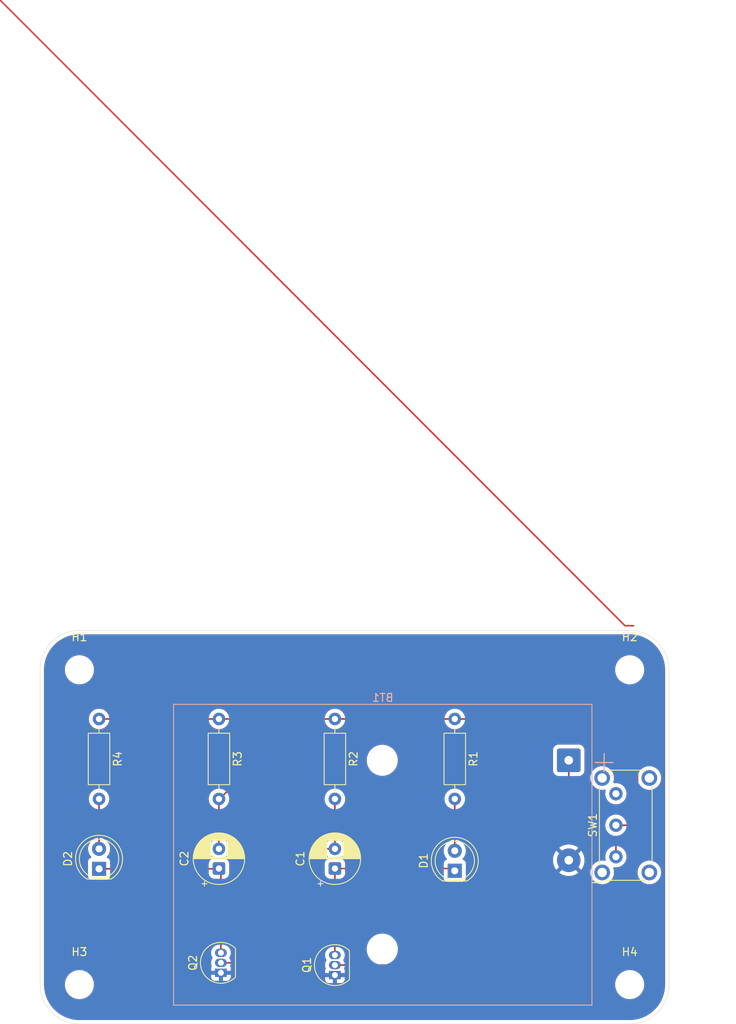
<source format=kicad_pcb>
(kicad_pcb (version 20241229) (generator "pcbnew") (generator_version "9.0")
  (layers (0 "F.Cu" signal) (2 "B.Cu" signal) (13 "F.Paste" user) (15 "B.Paste" user) (5 "F.SilkS" user "F.Silkscreen") (7 "B.SilkS" user "B.Silkscreen") (1 "F.Mask" user) (3 "B.Mask" user) (25 "Edge.Cuts" user))
  (net 0 "")
  (net 1 "GND")
  (net 2 "Net-(BT1-+)")
  (net 3 "Net-(D1-K)")
  (net 4 "Net-(Q2-B)")
  (net 5 "Net-(D2-K)")
  (net 6 "Net-(Q1-B)")
  (net 7 "Net-(D1-A)")
  (net 8 "Net-(D2-A)")
  (net 9 "VCC")
  (footprint "Resistor_THT:R_Axial_DIN0207_L6.3mm_D2.5mm_P10.16mm_Horizontal" (layer "F.Cu") (at 222.75 91.25 -90)
    (property "Reference" "R3" (at 5.08 -2.37 90) (layer "F.SilkS"))
    (property "Value" "47k")
    (fp_line (start 1.04 0) (end 1.81 0) (stroke (width 0.12)) (layer "F.SilkS"))
    (fp_line (start 9.12 0) (end 8.35 0) (stroke (width 0.12)) (layer "F.SilkS"))
    (fp_rect (start 1.81 -1.37) (end 8.35 1.37) (stroke (width 0.12)) (fill no) (layer "F.SilkS"))
    (pad "1" thru_hole circle (at 0 0 270) (size 1.6 1.6) (drill 0.8) (layers "*.Cu" "*.Mask") (net 9 "VCC"))
    (pad "2" thru_hole circle (at 10.16 0 270) (size 1.6 1.6) (drill 0.8) (layers "*.Cu" "*.Mask") (net 6 "Net-(Q1-B)"))
  )
  (footprint "LED_THT:LED_D5.0mm" (layer "F.Cu") (at 207.5 110.29 90)
    (property "Reference" "D2" (at 1.27 -3.96 90) (layer "F.SilkS"))
    (property "Value" "LED")
    (fp_line (start -1.29 -1.545) (end -1.29 1.545) (stroke (width 0.12)) (layer "F.SilkS"))
    (fp_arc (start -1.29 -1.54483) (mid 2.071779 -2.880495) (end 4.26 0) (stroke (width 0.12)) (layer "F.SilkS"))
    (fp_arc (start 4.26 0) (mid 2.071779 2.880495) (end -1.29 1.54483) (stroke (width 0.12)) (layer "F.SilkS"))
    (fp_circle (center 1.27 0) (end 3.77 0) (stroke (width 0.12)) (fill no) (layer "F.SilkS"))
    (pad "1" thru_hole rect (at 0 0 90) (size 1.8 1.8) (drill 0.9) (layers "*.Cu" "*.Mask") (net 5 "Net-(D2-K)"))
    (pad "2" thru_hole circle (at 2.54 0 90) (size 1.8 1.8) (drill 0.9) (layers "*.Cu" "*.Mask") (net 8 "Net-(D2-A)"))
  )
  (footprint "MountingHole:MountingHole_3.2mm_M3" (layer "F.Cu") (at 275 125)
    (property "Reference" "H4" (at 0 -4.15 0) (layer "F.SilkS"))
    (property "Value" "MountingHole")
    (pad "" np_thru_hole circle (at 0 0) (size 3.2 3.2) (drill 3.2) (layers "*.Cu" "*.Mask"))
  )
  (footprint "MountingHole:MountingHole_3.2mm_M3" (layer "F.Cu") (at 275 85)
    (property "Reference" "H2" (at 0 -4.15 0) (layer "F.SilkS"))
    (property "Value" "MountingHole")
    (pad "" np_thru_hole circle (at 0 0) (size 3.2 3.2) (drill 3.2) (layers "*.Cu" "*.Mask"))
  )
  (footprint "Capacitor_THT:CP_Radial_D6.3mm_P2.50mm" (layer "F.Cu") (at 237.5 110.25 90)
    (property "Reference" "C1" (at 1.25 -4.4 90) (layer "F.SilkS"))
    (property "Value" "10u")
    (fp_line (start 1.29 -3.23) (end 1.29 3.23) (stroke (width 0.12)) (layer "F.SilkS"))
    (fp_line (start 1.25 -3.23) (end 1.25 3.23) (stroke (width 0.12)) (layer "F.SilkS"))
    (fp_line (start 1.33 -3.229) (end 1.33 3.229) (stroke (width 0.12)) (layer "F.SilkS"))
    (fp_line (start 1.37 -3.228) (end 1.37 3.228) (stroke (width 0.12)) (layer "F.SilkS"))
    (fp_line (start 1.41 -3.226) (end 1.41 3.226) (stroke (width 0.12)) (layer "F.SilkS"))
    (fp_line (start 1.45 -3.224) (end 1.45 3.224) (stroke (width 0.12)) (layer "F.SilkS"))
    (fp_line (start 1.49 -3.221) (end 1.49 -1.04) (stroke (width 0.12)) (layer "F.SilkS"))
    (fp_line (start 1.53 -3.218) (end 1.53 -1.04) (stroke (width 0.12)) (layer "F.SilkS"))
    (fp_line (start 1.57 -3.214) (end 1.57 -1.04) (stroke (width 0.12)) (layer "F.SilkS"))
    (fp_line (start 1.61 -3.21) (end 1.61 -1.04) (stroke (width 0.12)) (layer "F.SilkS"))
    (fp_line (start 1.65 -3.205) (end 1.65 -1.04) (stroke (width 0.12)) (layer "F.SilkS"))
    (fp_line (start 1.69 -3.2) (end 1.69 -1.04) (stroke (width 0.12)) (layer "F.SilkS"))
    (fp_line (start 1.73 -3.195) (end 1.73 -1.04) (stroke (width 0.12)) (layer "F.SilkS"))
    (fp_line (start 1.77 -3.188) (end 1.77 -1.04) (stroke (width 0.12)) (layer "F.SilkS"))
    (fp_line (start 1.81 -3.182) (end 1.81 -1.04) (stroke (width 0.12)) (layer "F.SilkS"))
    (fp_line (start 1.85 -3.174) (end 1.85 -1.04) (stroke (width 0.12)) (layer "F.SilkS"))
    (fp_line (start 1.89 -3.167) (end 1.89 -1.04) (stroke (width 0.12)) (layer "F.SilkS"))
    (fp_line (start 1.93 -3.159) (end 1.93 -1.04) (stroke (width 0.12)) (layer "F.SilkS"))
    (fp_line (start 1.97 -3.15) (end 1.97 -1.04) (stroke (width 0.12)) (layer "F.SilkS"))
    (fp_line (start 2.01 -3.14) (end 2.01 -1.04) (stroke (width 0.12)) (layer "F.SilkS"))
    (fp_line (start 2.05 -3.131) (end 2.05 -1.04) (stroke (width 0.12)) (layer "F.SilkS"))
    (fp_line (start 2.09 -3.12) (end 2.09 -1.04) (stroke (width 0.12)) (layer "F.SilkS"))
    (fp_line (start 2.13 -3.109) (end 2.13 -1.04) (stroke (width 0.12)) (layer "F.SilkS"))
    (fp_line (start 2.17 -3.098) (end 2.17 -1.04) (stroke (width 0.12)) (layer "F.SilkS"))
    (fp_line (start 2.21 -3.086) (end 2.21 -1.04) (stroke (width 0.12)) (layer "F.SilkS"))
    (fp_line (start 2.25 -3.073) (end 2.25 -1.04) (stroke (width 0.12)) (layer "F.SilkS"))
    (fp_line (start 2.29 -3.06) (end 2.29 -1.04) (stroke (width 0.12)) (layer "F.SilkS"))
    (fp_line (start 2.33 -3.047) (end 2.33 -1.04) (stroke (width 0.12)) (layer "F.SilkS"))
    (fp_line (start 2.37 -3.032) (end 2.37 -1.04) (stroke (width 0.12)) (layer "F.SilkS"))
    (fp_line (start 2.41 -3.017) (end 2.41 -1.04) (stroke (width 0.12)) (layer "F.SilkS"))
    (fp_line (start 2.45 -3.002) (end 2.45 -1.04) (stroke (width 0.12)) (layer "F.SilkS"))
    (fp_line (start 2.49 -2.986) (end 2.49 -1.04) (stroke (width 0.12)) (layer "F.SilkS"))
    (fp_line (start 2.53 -2.969) (end 2.53 -1.04) (stroke (width 0.12)) (layer "F.SilkS"))
    (fp_line (start 2.57 -2.952) (end 2.57 -1.04) (stroke (width 0.12)) (layer "F.SilkS"))
    (fp_line (start 2.61 -2.934) (end 2.61 -1.04) (stroke (width 0.12)) (layer "F.SilkS"))
    (fp_line (start 2.65 -2.915) (end 2.65 -1.04) (stroke (width 0.12)) (layer "F.SilkS"))
    (fp_line (start 2.69 -2.896) (end 2.69 -1.04) (stroke (width 0.12)) (layer "F.SilkS"))
    (fp_line (start 2.73 -2.876) (end 2.73 -1.04) (stroke (width 0.12)) (layer "F.SilkS"))
    (fp_line (start 2.77 -2.855) (end 2.77 -1.04) (stroke (width 0.12)) (layer "F.SilkS"))
    (fp_line (start 2.81 -2.834) (end 2.81 -1.04) (stroke (width 0.12)) (layer "F.SilkS"))
    (fp_line (start 2.85 -2.812) (end 2.85 -1.04) (stroke (width 0.12)) (layer "F.SilkS"))
    (fp_line (start 2.89 -2.789) (end 2.89 -1.04) (stroke (width 0.12)) (layer "F.SilkS"))
    (fp_line (start 2.93 -2.765) (end 2.93 -1.04) (stroke (width 0.12)) (layer "F.SilkS"))
    (fp_line (start 2.97 -2.741) (end 2.97 -1.04) (stroke (width 0.12)) (layer "F.SilkS"))
    (fp_line (start 3.01 -2.716) (end 3.01 -1.04) (stroke (width 0.12)) (layer "F.SilkS"))
    (fp_line (start 3.05 -2.69) (end 3.05 -1.04) (stroke (width 0.12)) (layer "F.SilkS"))
    (fp_line (start 3.09 -2.663) (end 3.09 -1.04) (stroke (width 0.12)) (layer "F.SilkS"))
    (fp_line (start 3.13 -2.636) (end 3.13 -1.04) (stroke (width 0.12)) (layer "F.SilkS"))
    (fp_line (start 3.17 -2.607) (end 3.17 -1.04) (stroke (width 0.12)) (layer "F.SilkS"))
    (fp_line (start 3.21 -2.577) (end 3.21 -1.04) (stroke (width 0.12)) (layer "F.SilkS"))
    (fp_line (start 3.25 -2.547) (end 3.25 -1.04) (stroke (width 0.12)) (layer "F.SilkS"))
    (fp_line (start 3.29 -2.516) (end 3.29 -1.04) (stroke (width 0.12)) (layer "F.SilkS"))
    (fp_line (start 3.33 -2.483) (end 3.33 -1.04) (stroke (width 0.12)) (layer "F.SilkS"))
    (fp_line (start 3.37 -2.45) (end 3.37 -1.04) (stroke (width 0.12)) (layer "F.SilkS"))
    (fp_line (start 3.41 -2.415) (end 3.41 -1.04) (stroke (width 0.12)) (layer "F.SilkS"))
    (fp_line (start 3.45 -2.379) (end 3.45 -1.04) (stroke (width 0.12)) (layer "F.SilkS"))
    (fp_line (start 3.49 -2.342) (end 3.49 -1.04) (stroke (width 0.12)) (layer "F.SilkS"))
    (fp_line (start 3.53 -2.304) (end 3.53 -1.04) (stroke (width 0.12)) (layer "F.SilkS"))
    (fp_line (start 3.57 -2.264) (end 3.57 2.264) (stroke (width 0.12)) (layer "F.SilkS"))
    (fp_line (start 3.61 -2.223) (end 3.61 2.223) (stroke (width 0.12)) (layer "F.SilkS"))
    (fp_line (start 3.65 -2.181) (end 3.65 2.181) (stroke (width 0.12)) (layer "F.SilkS"))
    (fp_line (start -1.935241 -2.154) (end -1.935241 -1.524) (stroke (width 0.12)) (layer "F.SilkS"))
    (fp_line (start 3.69 -2.137) (end 3.69 2.137) (stroke (width 0.12)) (layer "F.SilkS"))
    (fp_line (start 3.73 -2.091) (end 3.73 2.091) (stroke (width 0.12)) (layer "F.SilkS"))
    (fp_line (start 3.77 -2.044) (end 3.77 2.044) (stroke (width 0.12)) (layer "F.SilkS"))
    (fp_line (start 3.81 -1.995) (end 3.81 1.995) (stroke (width 0.12)) (layer "F.SilkS"))
    (fp_line (start 3.85 -1.943) (end 3.85 1.943) (stroke (width 0.12)) (layer "F.SilkS"))
    (fp_line (start 3.89 -1.89) (end 3.89 1.89) (stroke (width 0.12)) (layer "F.SilkS"))
    (fp_line (start -2.250241 -1.839) (end -1.620241 -1.839) (stroke (width 0.12)) (layer "F.SilkS"))
    (fp_line (start 3.93 -1.834) (end 3.93 1.834) (stroke (width 0.12)) (layer "F.SilkS"))
    (fp_line (start 3.97 -1.775) (end 3.97 1.775) (stroke (width 0.12)) (layer "F.SilkS"))
    (fp_line (start 4.01 -1.714) (end 4.01 1.714) (stroke (width 0.12)) (layer "F.SilkS"))
    (fp_line (start 4.05 -1.649) (end 4.05 1.649) (stroke (width 0.12)) (layer "F.SilkS"))
    (fp_line (start 4.09 -1.581) (end 4.09 1.581) (stroke (width 0.12)) (layer "F.SilkS"))
    (fp_line (start 4.13 -1.509) (end 4.13 1.509) (stroke (width 0.12)) (layer "F.SilkS"))
    (fp_line (start 4.17 -1.432) (end 4.17 1.432) (stroke (width 0.12)) (layer "F.SilkS"))
    (fp_line (start 4.21 -1.35) (end 4.21 1.35) (stroke (width 0.12)) (layer "F.SilkS"))
    (fp_line (start 4.25 -1.261) (end 4.25 1.261) (stroke (width 0.12)) (layer "F.SilkS"))
    (fp_line (start 4.29 -1.165) (end 4.29 1.165) (stroke (width 0.12)) (layer "F.SilkS"))
    (fp_line (start 4.33 -1.058) (end 4.33 1.058) (stroke (width 0.12)) (layer "F.SilkS"))
    (fp_line (start 4.37 -0.939) (end 4.37 0.939) (stroke (width 0.12)) (layer "F.SilkS"))
    (fp_line (start 4.41 -0.801) (end 4.41 0.801) (stroke (width 0.12)) (layer "F.SilkS"))
    (fp_line (start 4.45 -0.633) (end 4.45 0.633) (stroke (width 0.12)) (layer "F.SilkS"))
    (fp_line (start 4.49 -0.402) (end 4.49 0.402) (stroke (width 0.12)) (layer "F.SilkS"))
    (fp_line (start 3.53 1.04) (end 3.53 2.304) (stroke (width 0.12)) (layer "F.SilkS"))
    (fp_line (start 3.49 1.04) (end 3.49 2.342) (stroke (width 0.12)) (layer "F.SilkS"))
    (fp_line (start 3.45 1.04) (end 3.45 2.379) (stroke (width 0.12)) (layer "F.SilkS"))
    (fp_line (start 3.41 1.04) (end 3.41 2.415) (stroke (width 0.12)) (layer "F.SilkS"))
    (fp_line (start 3.37 1.04) (end 3.37 2.45) (stroke (width 0.12)) (layer "F.SilkS"))
    (fp_line (start 3.33 1.04) (end 3.33 2.483) (stroke (width 0.12)) (layer "F.SilkS"))
    (fp_line (start 3.29 1.04) (end 3.29 2.516) (stroke (width 0.12)) (layer "F.SilkS"))
    (fp_line (start 3.25 1.04) (end 3.25 2.547) (stroke (width 0.12)) (layer "F.SilkS"))
    (fp_line (start 3.21 1.04) (end 3.21 2.577) (stroke (width 0.12)) (layer "F.SilkS"))
    (fp_line (start 3.17 1.04) (end 3.17 2.607) (stroke (width 0.12)) (layer "F.SilkS"))
    (fp_line (start 3.13 1.04) (end 3.13 2.636) (stroke (width 0.12)) (layer "F.SilkS"))
    (fp_line (start 3.09 1.04) (end 3.09 2.663) (stroke (width 0.12)) (layer "F.SilkS"))
    (fp_line (start 3.05 1.04) (end 3.05 2.69) (stroke (width 0.12)) (layer "F.SilkS"))
    (fp_line (start 3.01 1.04) (end 3.01 2.716) (stroke (width 0.12)) (layer "F.SilkS"))
    (fp_line (start 2.97 1.04) (end 2.97 2.741) (stroke (width 0.12)) (layer "F.SilkS"))
    (fp_line (start 2.93 1.04) (end 2.93 2.765) (stroke (width 0.12)) (layer "F.SilkS"))
    (fp_line (start 2.89 1.04) (end 2.89 2.789) (stroke (width 0.12)) (layer "F.SilkS"))
    (fp_line (start 2.85 1.04) (end 2.85 2.812) (stroke (width 0.12)) (layer "F.SilkS"))
    (fp_line (start 2.81 1.04) (end 2.81 2.834) (stroke (width 0.12)) (layer "F.SilkS"))
    (fp_line (start 2.77 1.04) (end 2.77 2.855) (stroke (width 0.12)) (layer "F.SilkS"))
    (fp_line (start 2.73 1.04) (end 2.73 2.876) (stroke (width 0.12)) (layer "F.SilkS"))
    (fp_line (start 2.69 1.04) (end 2.69 2.896) (stroke (width 0.12)) (layer "F.SilkS"))
    (fp_line (start 2.65 1.04) (end 2.65 2.915) (stroke (width 0.12)) (layer "F.SilkS"))
    (fp_line (start 2.61 1.04) (end 2.61 2.934) (stroke (width 0.12)) (layer "F.SilkS"))
    (fp_line (start 2.57 1.04) (end 2.57 2.952) (stroke (width 0.12)) (layer "F.SilkS"))
    (fp_line (start 2.53 1.04) (end 2.53 2.969) (stroke (width 0.12)) (layer "F.SilkS"))
    (fp_line (start 2.49 1.04) (end 2.49 2.986) (stroke (width 0.12)) (layer "F.SilkS"))
    (fp_line (start 2.45 1.04) (end 2.45 3.002) (stroke (width 0.12)) (layer "F.SilkS"))
    (fp_line (start 2.41 1.04) (end 2.41 3.017) (stroke (width 0.12)) (layer "F.SilkS"))
    (fp_line (start 2.37 1.04) (end 2.37 3.032) (stroke (width 0.12)) (layer "F.SilkS"))
    (fp_line (start 2.33 1.04) (end 2.33 3.047) (stroke (width 0.12)) (layer "F.SilkS"))
    (fp_line (start 2.29 1.04) (end 2.29 3.06) (stroke (width 0.12)) (layer "F.SilkS"))
    (fp_line (start 2.25 1.04) (end 2.25 3.073) (stroke (width 0.12)) (layer "F.SilkS"))
    (fp_line (start 2.21 1.04) (end 2.21 3.086) (stroke (width 0.12)) (layer "F.SilkS"))
    (fp_line (start 2.17 1.04) (end 2.17 3.098) (stroke (width 0.12)) (layer "F.SilkS"))
    (fp_line (start 2.13 1.04) (end 2.13 3.109) (stroke (width 0.12)) (layer "F.SilkS"))
    (fp_line (start 2.09 1.04) (end 2.09 3.12) (stroke (width 0.12)) (layer "F.SilkS"))
    (fp_line (start 2.05 1.04) (end 2.05 3.131) (stroke (width 0.12)) (layer "F.SilkS"))
    (fp_line (start 2.01 1.04) (end 2.01 3.14) (stroke (width 0.12)) (layer "F.SilkS"))
    (fp_line (start 1.97 1.04) (end 1.97 3.15) (stroke (width 0.12)) (layer "F.SilkS"))
    (fp_line (start 1.93 1.04) (end 1.93 3.159) (stroke (width 0.12)) (layer "F.SilkS"))
    (fp_line (start 1.89 1.04) (end 1.89 3.167) (stroke (width 0.12)) (layer "F.SilkS"))
    (fp_line (start 1.85 1.04) (end 1.85 3.174) (stroke (width 0.12)) (layer "F.SilkS"))
    (fp_line (start 1.81 1.04) (end 1.81 3.182) (stroke (width 0.12)) (layer "F.SilkS"))
    (fp_line (start 1.77 1.04) (end 1.77 3.188) (stroke (width 0.12)) (layer "F.SilkS"))
    (fp_line (start 1.73 1.04) (end 1.73 3.195) (stroke (width 0.12)) (layer "F.SilkS"))
    (fp_line (start 1.69 1.04) (end 1.69 3.2) (stroke (width 0.12)) (layer "F.SilkS"))
    (fp_line (start 1.65 1.04) (end 1.65 3.205) (stroke (width 0.12)) (layer "F.SilkS"))
    (fp_line (start 1.61 1.04) (end 1.61 3.21) (stroke (width 0.12)) (layer "F.SilkS"))
    (fp_line (start 1.57 1.04) (end 1.57 3.214) (stroke (width 0.12)) (layer "F.SilkS"))
    (fp_line (start 1.53 1.04) (end 1.53 3.218) (stroke (width 0.12)) (layer "F.SilkS"))
    (fp_line (start 1.49 1.04) (end 1.49 3.221) (stroke (width 0.12)) (layer "F.SilkS"))
    (fp_circle (center 1.25 0) (end 4.52 0) (stroke (width 0.12)) (fill no) (layer "F.SilkS"))
    (pad "1" thru_hole roundrect (at 0 0 90) (size 1.6 1.6) (drill 0.8) (layers "*.Cu" "*.Mask") (roundrect_rratio 0.15625) (net 3 "Net-(D1-K)"))
    (pad "2" thru_hole circle (at 2.5 0 90) (size 1.6 1.6) (drill 0.8) (layers "*.Cu" "*.Mask") (net 4 "Net-(Q2-B)"))
  )
  (footprint "Capacitor_THT:CP_Radial_D6.3mm_P2.50mm" (layer "F.Cu") (at 222.75 110.25 90)
    (property "Reference" "C2" (at 1.25 -4.4 90) (layer "F.SilkS"))
    (property "Value" "10u")
    (fp_line (start 1.29 -3.23) (end 1.29 3.23) (stroke (width 0.12)) (layer "F.SilkS"))
    (fp_line (start 1.25 -3.23) (end 1.25 3.23) (stroke (width 0.12)) (layer "F.SilkS"))
    (fp_line (start 1.33 -3.229) (end 1.33 3.229) (stroke (width 0.12)) (layer "F.SilkS"))
    (fp_line (start 1.37 -3.228) (end 1.37 3.228) (stroke (width 0.12)) (layer "F.SilkS"))
    (fp_line (start 1.41 -3.226) (end 1.41 3.226) (stroke (width 0.12)) (layer "F.SilkS"))
    (fp_line (start 1.45 -3.224) (end 1.45 3.224) (stroke (width 0.12)) (layer "F.SilkS"))
    (fp_line (start 1.49 -3.221) (end 1.49 -1.04) (stroke (width 0.12)) (layer "F.SilkS"))
    (fp_line (start 1.53 -3.218) (end 1.53 -1.04) (stroke (width 0.12)) (layer "F.SilkS"))
    (fp_line (start 1.57 -3.214) (end 1.57 -1.04) (stroke (width 0.12)) (layer "F.SilkS"))
    (fp_line (start 1.61 -3.21) (end 1.61 -1.04) (stroke (width 0.12)) (layer "F.SilkS"))
    (fp_line (start 1.65 -3.205) (end 1.65 -1.04) (stroke (width 0.12)) (layer "F.SilkS"))
    (fp_line (start 1.69 -3.2) (end 1.69 -1.04) (stroke (width 0.12)) (layer "F.SilkS"))
    (fp_line (start 1.73 -3.195) (end 1.73 -1.04) (stroke (width 0.12)) (layer "F.SilkS"))
    (fp_line (start 1.77 -3.188) (end 1.77 -1.04) (stroke (width 0.12)) (layer "F.SilkS"))
    (fp_line (start 1.81 -3.182) (end 1.81 -1.04) (stroke (width 0.12)) (layer "F.SilkS"))
    (fp_line (start 1.85 -3.174) (end 1.85 -1.04) (stroke (width 0.12)) (layer "F.SilkS"))
    (fp_line (start 1.89 -3.167) (end 1.89 -1.04) (stroke (width 0.12)) (layer "F.SilkS"))
    (fp_line (start 1.93 -3.159) (end 1.93 -1.04) (stroke (width 0.12)) (layer "F.SilkS"))
    (fp_line (start 1.97 -3.15) (end 1.97 -1.04) (stroke (width 0.12)) (layer "F.SilkS"))
    (fp_line (start 2.01 -3.14) (end 2.01 -1.04) (stroke (width 0.12)) (layer "F.SilkS"))
    (fp_line (start 2.05 -3.131) (end 2.05 -1.04) (stroke (width 0.12)) (layer "F.SilkS"))
    (fp_line (start 2.09 -3.12) (end 2.09 -1.04) (stroke (width 0.12)) (layer "F.SilkS"))
    (fp_line (start 2.13 -3.109) (end 2.13 -1.04) (stroke (width 0.12)) (layer "F.SilkS"))
    (fp_line (start 2.17 -3.098) (end 2.17 -1.04) (stroke (width 0.12)) (layer "F.SilkS"))
    (fp_line (start 2.21 -3.086) (end 2.21 -1.04) (stroke (width 0.12)) (layer "F.SilkS"))
    (fp_line (start 2.25 -3.073) (end 2.25 -1.04) (stroke (width 0.12)) (layer "F.SilkS"))
    (fp_line (start 2.29 -3.06) (end 2.29 -1.04) (stroke (width 0.12)) (layer "F.SilkS"))
    (fp_line (start 2.33 -3.047) (end 2.33 -1.04) (stroke (width 0.12)) (layer "F.SilkS"))
    (fp_line (start 2.37 -3.032) (end 2.37 -1.04) (stroke (width 0.12)) (layer "F.SilkS"))
    (fp_line (start 2.41 -3.017) (end 2.41 -1.04) (stroke (width 0.12)) (layer "F.SilkS"))
    (fp_line (start 2.45 -3.002) (end 2.45 -1.04) (stroke (width 0.12)) (layer "F.SilkS"))
    (fp_line (start 2.49 -2.986) (end 2.49 -1.04) (stroke (width 0.12)) (layer "F.SilkS"))
    (fp_line (start 2.53 -2.969) (end 2.53 -1.04) (stroke (width 0.12)) (layer "F.SilkS"))
    (fp_line (start 2.57 -2.952) (end 2.57 -1.04) (stroke (width 0.12)) (layer "F.SilkS"))
    (fp_line (start 2.61 -2.934) (end 2.61 -1.04) (stroke (width 0.12)) (layer "F.SilkS"))
    (fp_line (start 2.65 -2.915) (end 2.65 -1.04) (stroke (width 0.12)) (layer "F.SilkS"))
    (fp_line (start 2.69 -2.896) (end 2.69 -1.04) (stroke (width 0.12)) (layer "F.SilkS"))
    (fp_line (start 2.73 -2.876) (end 2.73 -1.04) (stroke (width 0.12)) (layer "F.SilkS"))
    (fp_line (start 2.77 -2.855) (end 2.77 -1.04) (stroke (width 0.12)) (layer "F.SilkS"))
    (fp_line (start 2.81 -2.834) (end 2.81 -1.04) (stroke (width 0.12)) (layer "F.SilkS"))
    (fp_line (start 2.85 -2.812) (end 2.85 -1.04) (stroke (width 0.12)) (layer "F.SilkS"))
    (fp_line (start 2.89 -2.789) (end 2.89 -1.04) (stroke (width 0.12)) (layer "F.SilkS"))
    (fp_line (start 2.93 -2.765) (end 2.93 -1.04) (stroke (width 0.12)) (layer "F.SilkS"))
    (fp_line (start 2.97 -2.741) (end 2.97 -1.04) (stroke (width 0.12)) (layer "F.SilkS"))
    (fp_line (start 3.01 -2.716) (end 3.01 -1.04) (stroke (width 0.12)) (layer "F.SilkS"))
    (fp_line (start 3.05 -2.69) (end 3.05 -1.04) (stroke (width 0.12)) (layer "F.SilkS"))
    (fp_line (start 3.09 -2.663) (end 3.09 -1.04) (stroke (width 0.12)) (layer "F.SilkS"))
    (fp_line (start 3.13 -2.636) (end 3.13 -1.04) (stroke (width 0.12)) (layer "F.SilkS"))
    (fp_line (start 3.17 -2.607) (end 3.17 -1.04) (stroke (width 0.12)) (layer "F.SilkS"))
    (fp_line (start 3.21 -2.577) (end 3.21 -1.04) (stroke (width 0.12)) (layer "F.SilkS"))
    (fp_line (start 3.25 -2.547) (end 3.25 -1.04) (stroke (width 0.12)) (layer "F.SilkS"))
    (fp_line (start 3.29 -2.516) (end 3.29 -1.04) (stroke (width 0.12)) (layer "F.SilkS"))
    (fp_line (start 3.33 -2.483) (end 3.33 -1.04) (stroke (width 0.12)) (layer "F.SilkS"))
    (fp_line (start 3.37 -2.45) (end 3.37 -1.04) (stroke (width 0.12)) (layer "F.SilkS"))
    (fp_line (start 3.41 -2.415) (end 3.41 -1.04) (stroke (width 0.12)) (layer "F.SilkS"))
    (fp_line (start 3.45 -2.379) (end 3.45 -1.04) (stroke (width 0.12)) (layer "F.SilkS"))
    (fp_line (start 3.49 -2.342) (end 3.49 -1.04) (stroke (width 0.12)) (layer "F.SilkS"))
    (fp_line (start 3.53 -2.304) (end 3.53 -1.04) (stroke (width 0.12)) (layer "F.SilkS"))
    (fp_line (start 3.57 -2.264) (end 3.57 2.264) (stroke (width 0.12)) (layer "F.SilkS"))
    (fp_line (start 3.61 -2.223) (end 3.61 2.223) (stroke (width 0.12)) (layer "F.SilkS"))
    (fp_line (start 3.65 -2.181) (end 3.65 2.181) (stroke (width 0.12)) (layer "F.SilkS"))
    (fp_line (start -1.935241 -2.154) (end -1.935241 -1.524) (stroke (width 0.12)) (layer "F.SilkS"))
    (fp_line (start 3.69 -2.137) (end 3.69 2.137) (stroke (width 0.12)) (layer "F.SilkS"))
    (fp_line (start 3.73 -2.091) (end 3.73 2.091) (stroke (width 0.12)) (layer "F.SilkS"))
    (fp_line (start 3.77 -2.044) (end 3.77 2.044) (stroke (width 0.12)) (layer "F.SilkS"))
    (fp_line (start 3.81 -1.995) (end 3.81 1.995) (stroke (width 0.12)) (layer "F.SilkS"))
    (fp_line (start 3.85 -1.943) (end 3.85 1.943) (stroke (width 0.12)) (layer "F.SilkS"))
    (fp_line (start 3.89 -1.89) (end 3.89 1.89) (stroke (width 0.12)) (layer "F.SilkS"))
    (fp_line (start -2.250241 -1.839) (end -1.620241 -1.839) (stroke (width 0.12)) (layer "F.SilkS"))
    (fp_line (start 3.93 -1.834) (end 3.93 1.834) (stroke (width 0.12)) (layer "F.SilkS"))
    (fp_line (start 3.97 -1.775) (end 3.97 1.775) (stroke (width 0.12)) (layer "F.SilkS"))
    (fp_line (start 4.01 -1.714) (end 4.01 1.714) (stroke (width 0.12)) (layer "F.SilkS"))
    (fp_line (start 4.05 -1.649) (end 4.05 1.649) (stroke (width 0.12)) (layer "F.SilkS"))
    (fp_line (start 4.09 -1.581) (end 4.09 1.581) (stroke (width 0.12)) (layer "F.SilkS"))
    (fp_line (start 4.13 -1.509) (end 4.13 1.509) (stroke (width 0.12)) (layer "F.SilkS"))
    (fp_line (start 4.17 -1.432) (end 4.17 1.432) (stroke (width 0.12)) (layer "F.SilkS"))
    (fp_line (start 4.21 -1.35) (end 4.21 1.35) (stroke (width 0.12)) (layer "F.SilkS"))
    (fp_line (start 4.25 -1.261) (end 4.25 1.261) (stroke (width 0.12)) (layer "F.SilkS"))
    (fp_line (start 4.29 -1.165) (end 4.29 1.165) (stroke (width 0.12)) (layer "F.SilkS"))
    (fp_line (start 4.33 -1.058) (end 4.33 1.058) (stroke (width 0.12)) (layer "F.SilkS"))
    (fp_line (start 4.37 -0.939) (end 4.37 0.939) (stroke (width 0.12)) (layer "F.SilkS"))
    (fp_line (start 4.41 -0.801) (end 4.41 0.801) (stroke (width 0.12)) (layer "F.SilkS"))
    (fp_line (start 4.45 -0.633) (end 4.45 0.633) (stroke (width 0.12)) (layer "F.SilkS"))
    (fp_line (start 4.49 -0.402) (end 4.49 0.402) (stroke (width 0.12)) (layer "F.SilkS"))
    (fp_line (start 3.53 1.04) (end 3.53 2.304) (stroke (width 0.12)) (layer "F.SilkS"))
    (fp_line (start 3.49 1.04) (end 3.49 2.342) (stroke (width 0.12)) (layer "F.SilkS"))
    (fp_line (start 3.45 1.04) (end 3.45 2.379) (stroke (width 0.12)) (layer "F.SilkS"))
    (fp_line (start 3.41 1.04) (end 3.41 2.415) (stroke (width 0.12)) (layer "F.SilkS"))
    (fp_line (start 3.37 1.04) (end 3.37 2.45) (stroke (width 0.12)) (layer "F.SilkS"))
    (fp_line (start 3.33 1.04) (end 3.33 2.483) (stroke (width 0.12)) (layer "F.SilkS"))
    (fp_line (start 3.29 1.04) (end 3.29 2.516) (stroke (width 0.12)) (layer "F.SilkS"))
    (fp_line (start 3.25 1.04) (end 3.25 2.547) (stroke (width 0.12)) (layer "F.SilkS"))
    (fp_line (start 3.21 1.04) (end 3.21 2.577) (stroke (width 0.12)) (layer "F.SilkS"))
    (fp_line (start 3.17 1.04) (end 3.17 2.607) (stroke (width 0.12)) (layer "F.SilkS"))
    (fp_line (start 3.13 1.04) (end 3.13 2.636) (stroke (width 0.12)) (layer "F.SilkS"))
    (fp_line (start 3.09 1.04) (end 3.09 2.663) (stroke (width 0.12)) (layer "F.SilkS"))
    (fp_line (start 3.05 1.04) (end 3.05 2.69) (stroke (width 0.12)) (layer "F.SilkS"))
    (fp_line (start 3.01 1.04) (end 3.01 2.716) (stroke (width 0.12)) (layer "F.SilkS"))
    (fp_line (start 2.97 1.04) (end 2.97 2.741) (stroke (width 0.12)) (layer "F.SilkS"))
    (fp_line (start 2.93 1.04) (end 2.93 2.765) (stroke (width 0.12)) (layer "F.SilkS"))
    (fp_line (start 2.89 1.04) (end 2.89 2.789) (stroke (width 0.12)) (layer "F.SilkS"))
    (fp_line (start 2.85 1.04) (end 2.85 2.812) (stroke (width 0.12)) (layer "F.SilkS"))
    (fp_line (start 2.81 1.04) (end 2.81 2.834) (stroke (width 0.12)) (layer "F.SilkS"))
    (fp_line (start 2.77 1.04) (end 2.77 2.855) (stroke (width 0.12)) (layer "F.SilkS"))
    (fp_line (start 2.73 1.04) (end 2.73 2.876) (stroke (width 0.12)) (layer "F.SilkS"))
    (fp_line (start 2.69 1.04) (end 2.69 2.896) (stroke (width 0.12)) (layer "F.SilkS"))
    (fp_line (start 2.65 1.04) (end 2.65 2.915) (stroke (width 0.12)) (layer "F.SilkS"))
    (fp_line (start 2.61 1.04) (end 2.61 2.934) (stroke (width 0.12)) (layer "F.SilkS"))
    (fp_line (start 2.57 1.04) (end 2.57 2.952) (stroke (width 0.12)) (layer "F.SilkS"))
    (fp_line (start 2.53 1.04) (end 2.53 2.969) (stroke (width 0.12)) (layer "F.SilkS"))
    (fp_line (start 2.49 1.04) (end 2.49 2.986) (stroke (width 0.12)) (layer "F.SilkS"))
    (fp_line (start 2.45 1.04) (end 2.45 3.002) (stroke (width 0.12)) (layer "F.SilkS"))
    (fp_line (start 2.41 1.04) (end 2.41 3.017) (stroke (width 0.12)) (layer "F.SilkS"))
    (fp_line (start 2.37 1.04) (end 2.37 3.032) (stroke (width 0.12)) (layer "F.SilkS"))
    (fp_line (start 2.33 1.04) (end 2.33 3.047) (stroke (width 0.12)) (layer "F.SilkS"))
    (fp_line (start 2.29 1.04) (end 2.29 3.06) (stroke (width 0.12)) (layer "F.SilkS"))
    (fp_line (start 2.25 1.04) (end 2.25 3.073) (stroke (width 0.12)) (layer "F.SilkS"))
    (fp_line (start 2.21 1.04) (end 2.21 3.086) (stroke (width 0.12)) (layer "F.SilkS"))
    (fp_line (start 2.17 1.04) (end 2.17 3.098) (stroke (width 0.12)) (layer "F.SilkS"))
    (fp_line (start 2.13 1.04) (end 2.13 3.109) (stroke (width 0.12)) (layer "F.SilkS"))
    (fp_line (start 2.09 1.04) (end 2.09 3.12) (stroke (width 0.12)) (layer "F.SilkS"))
    (fp_line (start 2.05 1.04) (end 2.05 3.131) (stroke (width 0.12)) (layer "F.SilkS"))
    (fp_line (start 2.01 1.04) (end 2.01 3.14) (stroke (width 0.12)) (layer "F.SilkS"))
    (fp_line (start 1.97 1.04) (end 1.97 3.15) (stroke (width 0.12)) (layer "F.SilkS"))
    (fp_line (start 1.93 1.04) (end 1.93 3.159) (stroke (width 0.12)) (layer "F.SilkS"))
    (fp_line (start 1.89 1.04) (end 1.89 3.167) (stroke (width 0.12)) (layer "F.SilkS"))
    (fp_line (start 1.85 1.04) (end 1.85 3.174) (stroke (width 0.12)) (layer "F.SilkS"))
    (fp_line (start 1.81 1.04) (end 1.81 3.182) (stroke (width 0.12)) (layer "F.SilkS"))
    (fp_line (start 1.77 1.04) (end 1.77 3.188) (stroke (width 0.12)) (layer "F.SilkS"))
    (fp_line (start 1.73 1.04) (end 1.73 3.195) (stroke (width 0.12)) (layer "F.SilkS"))
    (fp_line (start 1.69 1.04) (end 1.69 3.2) (stroke (width 0.12)) (layer "F.SilkS"))
    (fp_line (start 1.65 1.04) (end 1.65 3.205) (stroke (width 0.12)) (layer "F.SilkS"))
    (fp_line (start 1.61 1.04) (end 1.61 3.21) (stroke (width 0.12)) (layer "F.SilkS"))
    (fp_line (start 1.57 1.04) (end 1.57 3.214) (stroke (width 0.12)) (layer "F.SilkS"))
    (fp_line (start 1.53 1.04) (end 1.53 3.218) (stroke (width 0.12)) (layer "F.SilkS"))
    (fp_line (start 1.49 1.04) (end 1.49 3.221) (stroke (width 0.12)) (layer "F.SilkS"))
    (fp_circle (center 1.25 0) (end 4.52 0) (stroke (width 0.12)) (fill no) (layer "F.SilkS"))
    (pad "1" thru_hole roundrect (at 0 0 90) (size 1.6 1.6) (drill 0.8) (layers "*.Cu" "*.Mask") (roundrect_rratio 0.15625) (net 5 "Net-(D2-K)"))
    (pad "2" thru_hole circle (at 2.5 0 90) (size 1.6 1.6) (drill 0.8) (layers "*.Cu" "*.Mask") (net 6 "Net-(Q1-B)"))
  )
  (footprint "Button_Switch_THT:SW_E-Switch_EG1224_SPDT_Angled" (layer "F.Cu") (at 273.25 108.75 90)
    (property "Reference" "SW1" (at 4 -2.95 90) (layer "F.SilkS"))
    (property "Value" "SW_SPDT")
    (fp_line (start -3.3 -3.05) (end -2 -3.05) (stroke (width 0.12)) (layer "F.SilkS"))
    (fp_line (start -0.95 -2.1) (end 8.95 -2.1) (stroke (width 0.12)) (layer "F.SilkS"))
    (fp_line (start -3.3 -1.75) (end -3.3 -3.05) (stroke (width 0.12)) (layer "F.SilkS"))
    (fp_line (start 11 -1.35) (end 11 3.85) (stroke (width 0.12)) (layer "F.SilkS"))
    (fp_line (start -3 3.85) (end -3 -1.35) (stroke (width 0.12)) (layer "F.SilkS"))
    (fp_line (start 8.95 4.6) (end -0.95 4.6) (stroke (width 0.12)) (layer "F.SilkS"))
    (pad "" thru_hole circle (at -2 -1.75 90) (size 2 2) (drill 1.2) (layers "*.Cu" "*.Mask"))
    (pad "" thru_hole circle (at -2 4.25 90) (size 2 2) (drill 1.2) (layers "*.Cu" "*.Mask"))
    (pad "" thru_hole circle (at 10 -1.75 90) (size 2 2) (drill 1.2) (layers "*.Cu" "*.Mask"))
    (pad "" thru_hole circle (at 10 4.25 90) (size 2 2) (drill 1.2) (layers "*.Cu" "*.Mask"))
    (pad "1" thru_hole circle (at 0 0 90) (size 1.7 1.7) (drill 0.9) (layers "*.Cu" "*.Mask") (net 2 "Net-(BT1-+)"))
    (pad "2" thru_hole circle (at 4 0 90) (size 1.7 1.7) (drill 0.9) (layers "*.Cu" "*.Mask") (net 9 "VCC"))
    (pad "3" thru_hole circle (at 8 0 90) (size 1.7 1.7) (drill 0.9) (layers "*.Cu" "*.Mask"))
  )
  (footprint "Package_TO_SOT_THT:TO-92_Inline" (layer "F.Cu") (at 223 123.5 90)
    (property "Reference" "Q2" (at 1.27 -3.56 90) (layer "F.SilkS"))
    (property "Value" "2N3904")
    (fp_line (start -0.53 1.85) (end 3.07 1.85) (stroke (width 0.12)) (layer "F.SilkS"))
    (fp_arc (start 1.27 -2.6) (mid 3.672087 -0.994977) (end 3.108478 1.838478) (stroke (width 0.12)) (layer "F.SilkS"))
    (fp_arc (start -0.568478 1.838478) (mid -1.132087 -0.994977) (end 1.27 -2.6) (stroke (width 0.12)) (layer "F.SilkS"))
    (pad "1" thru_hole rect (at 0 0 90) (size 1.05 1.5) (drill 0.75) (layers "*.Cu" "*.Mask") (net 1 "GND"))
    (pad "2" thru_hole oval (at 1.27 0 90) (size 1.05 1.5) (drill 0.75) (layers "*.Cu" "*.Mask") (net 4 "Net-(Q2-B)"))
    (pad "3" thru_hole oval (at 2.54 0 90) (size 1.05 1.5) (drill 0.75) (layers "*.Cu" "*.Mask") (net 5 "Net-(D2-K)"))
  )
  (footprint "Package_TO_SOT_THT:TO-92_Inline" (layer "F.Cu") (at 237.5 123.79 90)
    (property "Reference" "Q1" (at 1.27 -3.56 90) (layer "F.SilkS"))
    (property "Value" "2N3904")
    (fp_line (start -0.53 1.85) (end 3.07 1.85) (stroke (width 0.12)) (layer "F.SilkS"))
    (fp_arc (start 1.27 -2.6) (mid 3.672087 -0.994977) (end 3.108478 1.838478) (stroke (width 0.12)) (layer "F.SilkS"))
    (fp_arc (start -0.568478 1.838478) (mid -1.132087 -0.994977) (end 1.27 -2.6) (stroke (width 0.12)) (layer "F.SilkS"))
    (pad "1" thru_hole rect (at 0 0 90) (size 1.05 1.5) (drill 0.75) (layers "*.Cu" "*.Mask") (net 1 "GND"))
    (pad "2" thru_hole oval (at 1.27 0 90) (size 1.05 1.5) (drill 0.75) (layers "*.Cu" "*.Mask") (net 6 "Net-(Q1-B)"))
    (pad "3" thru_hole oval (at 2.54 0 90) (size 1.05 1.5) (drill 0.75) (layers "*.Cu" "*.Mask") (net 3 "Net-(D1-K)"))
  )
  (footprint "LED_THT:LED_D5.0mm" (layer "F.Cu") (at 252.75 110.54 90)
    (property "Reference" "D1" (at 1.27 -3.96 90) (layer "F.SilkS"))
    (property "Value" "LED")
    (fp_line (start -1.29 -1.545) (end -1.29 1.545) (stroke (width 0.12)) (layer "F.SilkS"))
    (fp_arc (start -1.29 -1.54483) (mid 2.071779 -2.880495) (end 4.26 0) (stroke (width 0.12)) (layer "F.SilkS"))
    (fp_arc (start 4.26 0) (mid 2.071779 2.880495) (end -1.29 1.54483) (stroke (width 0.12)) (layer "F.SilkS"))
    (fp_circle (center 1.27 0) (end 3.77 0) (stroke (width 0.12)) (fill no) (layer "F.SilkS"))
    (pad "1" thru_hole rect (at 0 0 90) (size 1.8 1.8) (drill 0.9) (layers "*.Cu" "*.Mask") (net 3 "Net-(D1-K)"))
    (pad "2" thru_hole circle (at 2.54 0 90) (size 1.8 1.8) (drill 0.9) (layers "*.Cu" "*.Mask") (net 7 "Net-(D1-A)"))
  )
  (footprint "Resistor_THT:R_Axial_DIN0207_L6.3mm_D2.5mm_P10.16mm_Horizontal" (layer "F.Cu") (at 237.5 91.25 -90)
    (property "Reference" "R2" (at 5.08 -2.37 90) (layer "F.SilkS"))
    (property "Value" "47k")
    (fp_line (start 1.04 0) (end 1.81 0) (stroke (width 0.12)) (layer "F.SilkS"))
    (fp_line (start 9.12 0) (end 8.35 0) (stroke (width 0.12)) (layer "F.SilkS"))
    (fp_rect (start 1.81 -1.37) (end 8.35 1.37) (stroke (width 0.12)) (fill no) (layer "F.SilkS"))
    (pad "1" thru_hole circle (at 0 0 270) (size 1.6 1.6) (drill 0.8) (layers "*.Cu" "*.Mask") (net 9 "VCC"))
    (pad "2" thru_hole circle (at 10.16 0 270) (size 1.6 1.6) (drill 0.8) (layers "*.Cu" "*.Mask") (net 4 "Net-(Q2-B)"))
  )
  (footprint "Resistor_THT:R_Axial_DIN0207_L6.3mm_D2.5mm_P10.16mm_Horizontal" (layer "F.Cu") (at 207.5 91.25 -90)
    (property "Reference" "R4" (at 5.08 -2.37 90) (layer "F.SilkS"))
    (property "Value" "330")
    (fp_line (start 1.04 0) (end 1.81 0) (stroke (width 0.12)) (layer "F.SilkS"))
    (fp_line (start 9.12 0) (end 8.35 0) (stroke (width 0.12)) (layer "F.SilkS"))
    (fp_rect (start 1.81 -1.37) (end 8.35 1.37) (stroke (width 0.12)) (fill no) (layer "F.SilkS"))
    (pad "1" thru_hole circle (at 0 0 270) (size 1.6 1.6) (drill 0.8) (layers "*.Cu" "*.Mask") (net 9 "VCC"))
    (pad "2" thru_hole circle (at 10.16 0 270) (size 1.6 1.6) (drill 0.8) (layers "*.Cu" "*.Mask") (net 8 "Net-(D2-A)"))
  )
  (footprint "Resistor_THT:R_Axial_DIN0207_L6.3mm_D2.5mm_P10.16mm_Horizontal" (layer "F.Cu") (at 252.75 91.25 -90)
    (property "Reference" "R1" (at 5.08 -2.37 90) (layer "F.SilkS"))
    (property "Value" "330")
    (fp_line (start 1.04 0) (end 1.81 0) (stroke (width 0.12)) (layer "F.SilkS"))
    (fp_line (start 9.12 0) (end 8.35 0) (stroke (width 0.12)) (layer "F.SilkS"))
    (fp_rect (start 1.81 -1.37) (end 8.35 1.37) (stroke (width 0.12)) (fill no) (layer "F.SilkS"))
    (pad "1" thru_hole circle (at 0 0 270) (size 1.6 1.6) (drill 0.8) (layers "*.Cu" "*.Mask") (net 9 "VCC"))
    (pad "2" thru_hole circle (at 10.16 0 270) (size 1.6 1.6) (drill 0.8) (layers "*.Cu" "*.Mask") (net 7 "Net-(D1-A)"))
  )
  (footprint "MountingHole:MountingHole_3.2mm_M3" (layer "F.Cu") (at 205 85)
    (property "Reference" "H1" (at 0 -4.15 0) (layer "F.SilkS"))
    (property "Value" "MountingHole")
    (pad "" np_thru_hole circle (at 0 0) (size 3.2 3.2) (drill 3.2) (layers "*.Cu" "*.Mask"))
  )
  (footprint "MountingHole:MountingHole_3.2mm_M3" (layer "F.Cu") (at 205 125)
    (property "Reference" "H3" (at 0 -4.15 0) (layer "F.SilkS"))
    (property "Value" "MountingHole")
    (pad "" np_thru_hole circle (at 0 0) (size 3.2 3.2) (drill 3.2) (layers "*.Cu" "*.Mask"))
  )
  (footprint "Battery:BatteryHolder_Keystone_2479_3xAAA" (layer "B.Cu") (at 267.25 96.5 180)
    (property "Reference" "BT1" (at 23.66 7.95 0) (layer "B.SilkS") (effects (justify mirror)))
    (property "Value" "Battery")
    (fp_line (start 50.27 7.11) (end 50.27 -31.11) (stroke (width 0.12)) (layer "B.SilkS"))
    (fp_line (start 50.27 -31.11) (end -2.95 -31.11) (stroke (width 0.12)) (layer "B.SilkS"))
    (fp_line (start -2.95 7.11) (end 50.27 7.11) (stroke (width 0.12)) (layer "B.SilkS"))
    (fp_line (start -2.95 -31.11) (end -2.95 7.11) (stroke (width 0.12)) (layer "B.SilkS"))
    (fp_text user "+" (at -4.5 -0.05 0) (layer "B.SilkS") (effects (font (size 3 3)) (justify mirror)))
    (pad "" np_thru_hole circle (at 23.72 -24 180) (size 3.45 3.45) (drill 3.45) (layers "*.Cu" "*.Mask"))
    (pad "" np_thru_hole circle (at 23.72 0 180) (size 3.45 3.45) (drill 3.45) (layers "*.Cu" "*.Mask"))
    (pad "1" thru_hole roundrect (at 0 0 180) (size 3 3) (drill 1.1) (layers "*.Cu" "*.Mask") (roundrect_rratio 0.083333) (net 2 "Net-(BT1-+)"))
    (pad "2" thru_hole circle (at 0 -12.7 180) (size 3 3) (drill 1.1) (layers "*.Cu" "*.Mask") (net 1 "GND"))
  )
  (gr_arc (start 205 130) (mid 201.464466 128.535534) (end 200 125) (stroke (width 0.05)) (layer "Edge.Cuts"))
  (gr_line (start 280 85) (end 280 125) (stroke (width 0.05)) (layer "Edge.Cuts"))
  (gr_line (start 205 80) (end 275 80) (stroke (width 0.05)) (layer "Edge.Cuts"))
  (gr_line (start 275 130) (end 205 130) (stroke (width 0.05)) (layer "Edge.Cuts"))
  (gr_arc (start 280 125) (mid 278.535534 128.535534) (end 275 130) (stroke (width 0.05)) (layer "Edge.Cuts"))
  (gr_line (start 200 125) (end 200 85) (stroke (width 0.05)) (layer "Edge.Cuts"))
  (gr_arc (start 275 80) (mid 278.535534 81.464466) (end 280 85) (stroke (width 0.05)) (layer "Edge.Cuts"))
  (gr_arc (start 200 85) (mid 201.464466 81.464466) (end 205 80) (stroke (width 0.05)) (layer "Edge.Cuts"))
  (segment (start 274.762248 79.388676) (end 275.496172 79.404667) (width 0.2) (layer "F.Cu") (net 0))
  (segment (start 274.751164 79.399287) (end 274.762248 79.388676) (width 0.2) (layer "F.Cu") (net 0))
  (segment (start 274.399287 79.399287) (end 274.751164 79.399287) (width 0.2) (layer "F.Cu") (net 0))
  (segment (start 195 0) (end 274.399287 79.399287) (width 0.2) (layer "F.Cu") (net 0))
  (segment (start 267.25 96.5) (end 267.25 101.25) (width 0.2) (layer "F.Cu") (net 2))
  (segment (start 273.25 108.75) (end 273.25 107.25) (width 0.2) (layer "F.Cu") (net 2))
  (segment (start 267.25 101.25) (end 273.25 107.25) (width 0.2) (layer "F.Cu") (net 2))
  (segment (start 237.5 121.25) (end 237.5 110.25) (width 0.2) (layer "F.Cu") (net 3))
  (segment (start 252.46 110.25) (end 252.75 110.54) (width 0.2) (layer "F.Cu") (net 3))
  (segment (start 237.5 110.25) (end 252.46 110.25) (width 0.2) (layer "F.Cu") (net 3))
  (segment (start 228.25 111.25) (end 231.75 107.75) (width 0.2) (layer "F.Cu") (net 4))
  (segment (start 231.75 107.75) (end 237.5 107.75) (width 0.2) (layer "F.Cu") (net 4))
  (segment (start 223 122.23) (end 224.77 122.23) (width 0.2) (layer "F.Cu") (net 4))
  (segment (start 224.77 122.23) (end 228.25 118.75) (width 0.2) (layer "F.Cu") (net 4))
  (segment (start 237.5 107.75) (end 237.5 101.41) (width 0.2) (layer "F.Cu") (net 4))
  (segment (start 228.25 118.75) (end 228.25 111.25) (width 0.2) (layer "F.Cu") (net 4))
  (segment (start 222.71 110.29) (end 222.75 110.25) (width 0.2) (layer "F.Cu") (net 5))
  (segment (start 223 110.5) (end 222.75 110.25) (width 0.2) (layer "F.Cu") (net 5))
  (segment (start 207.5 110.29) (end 222.71 110.29) (width 0.2) (layer "F.Cu") (net 5))
  (segment (start 223 120.96) (end 223 110.5) (width 0.2) (layer "F.Cu") (net 5))
  (segment (start 237.5 122.96) (end 237.54 123) (width 0.2) (layer "F.Cu") (net 6))
  (segment (start 264.5 113.5) (end 264.5 101.25) (width 0.2) (layer "F.Cu") (net 6))
  (segment (start 222.75 107.75) (end 222.75 101.41) (width 0.2) (layer "F.Cu") (net 6))
  (segment (start 224.5 99.75) (end 222.84 101.41) (width 0.2) (layer "F.Cu") (net 6))
  (segment (start 264.5 101.25) (end 263 99.75) (width 0.2) (layer "F.Cu") (net 6))
  (segment (start 237.5 122.52) (end 255.48 122.52) (width 0.2) (layer "F.Cu") (net 6))
  (segment (start 222.84 101.41) (end 222.75 101.41) (width 0.2) (layer "F.Cu") (net 6))
  (segment (start 255.48 122.52) (end 264.5 113.5) (width 0.2) (layer "F.Cu") (net 6))
  (segment (start 263 99.75) (end 224.5 99.75) (width 0.2) (layer "F.Cu") (net 6))
  (segment (start 252.75 108) (end 252.75 101.41) (width 0.2) (layer "F.Cu") (net 7))
  (segment (start 207.5 107.75) (end 207.5 101.41) (width 0.2) (layer "F.Cu") (net 8))
  (segment (start 252.75 91.25) (end 207.5 91.25) (width 0.2) (layer "F.Cu") (net 9))
  (segment (start 272 91.25) (end 252.75 91.25) (width 0.2) (layer "F.Cu") (net 9))
  (segment (start 276 103.75) (end 276 95.25) (width 0.2) (layer "F.Cu") (net 9))
  (segment (start 276 95.25) (end 272 91.25) (width 0.2) (layer "F.Cu") (net 9))
  (segment (start 275 104.75) (end 276 103.75) (width 0.2) (layer "F.Cu") (net 9))
  (segment (start 273.25 104.75) (end 275 104.75) (width 0.2) (layer "F.Cu") (net 9))
  (zone (net 1) (net_name "GND") (layers "F.Cu" "B.Cu") (connect_pads (clearance 0.5)) (min_thickness 0.25) (fill yes (thermal_gap 0.5) (thermal_bridge_width 0.5))
    (polygon (pts (xy 280 80) (xy 280 130) (xy 280 125) (xy 280 130) (xy 200 130) (xy 200 80)))
  )
)
</source>
